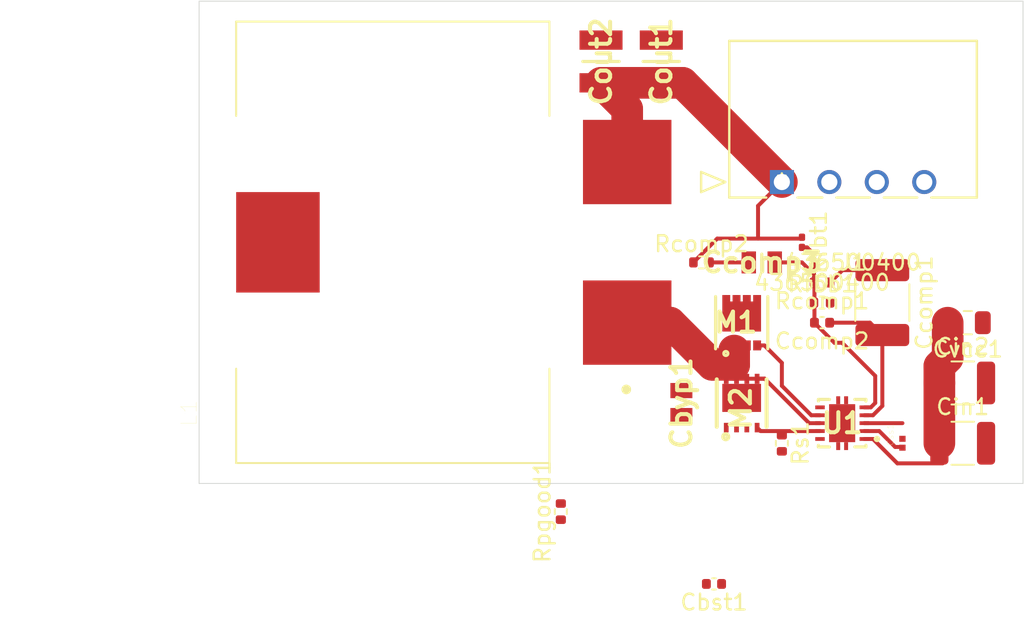
<source format=kicad_pcb>
(kicad_pcb (version 20171130) (host pcbnew "(5.1.10)-1")

  (general
    (thickness 1.6)
    (drawings 6)
    (tracks 66)
    (zones 0)
    (modules 22)
    (nets 15)
  )

  (page A4)
  (layers
    (0 F.Cu signal)
    (31 B.Cu signal)
    (32 B.Adhes user)
    (33 F.Adhes user)
    (34 B.Paste user)
    (35 F.Paste user)
    (36 B.SilkS user)
    (37 F.SilkS user)
    (38 B.Mask user)
    (39 F.Mask user)
    (40 Dwgs.User user)
    (41 Cmts.User user)
    (42 Eco1.User user)
    (43 Eco2.User user)
    (44 Edge.Cuts user)
    (45 Margin user)
    (46 B.CrtYd user)
    (47 F.CrtYd user)
    (48 B.Fab user)
    (49 F.Fab user)
  )

  (setup
    (last_trace_width 2)
    (user_trace_width 2)
    (trace_clearance 0.2)
    (zone_clearance 0.508)
    (zone_45_only no)
    (trace_min 0.2)
    (via_size 0.8)
    (via_drill 0.4)
    (via_min_size 0.4)
    (via_min_drill 0.3)
    (uvia_size 0.3)
    (uvia_drill 0.1)
    (uvias_allowed no)
    (uvia_min_size 0.2)
    (uvia_min_drill 0.1)
    (edge_width 0.05)
    (segment_width 0.2)
    (pcb_text_width 0.3)
    (pcb_text_size 1.5 1.5)
    (mod_edge_width 0.12)
    (mod_text_size 1 1)
    (mod_text_width 0.15)
    (pad_size 1.524 1.524)
    (pad_drill 0.762)
    (pad_to_mask_clearance 0)
    (aux_axis_origin 0 0)
    (visible_elements 7FFAF7DF)
    (pcbplotparams
      (layerselection 0x010fc_ffffffff)
      (usegerberextensions false)
      (usegerberattributes true)
      (usegerberadvancedattributes true)
      (creategerberjobfile true)
      (excludeedgelayer true)
      (linewidth 0.100000)
      (plotframeref false)
      (viasonmask false)
      (mode 1)
      (useauxorigin false)
      (hpglpennumber 1)
      (hpglpenspeed 20)
      (hpglpendiameter 15.000000)
      (psnegative false)
      (psa4output false)
      (plotreference true)
      (plotvalue true)
      (plotinvisibletext false)
      (padsonsilk false)
      (subtractmaskfromsilk false)
      (outputformat 1)
      (mirror false)
      (drillshape 1)
      (scaleselection 1)
      (outputdirectory ""))
  )

  (net 0 "")
  (net 1 "Net-(Cbst1-Pad2)")
  (net 2 "Net-(Cbst1-Pad1)")
  (net 3 Vin2)
  (net 4 "Net-(Cbyp1-Pad1)")
  (net 5 "Net-(Ccomp1-Pad2)")
  (net 6 "Net-(Ccomp1-Pad1)")
  (net 7 FB-1)
  (net 8 "Net-(Ccomp3-Pad1)")
  (net 9 Vin1)
  (net 10 Vout1)
  (net 11 "Net-(Css1-Pad1)")
  (net 12 "Net-(M1-Pad4)")
  (net 13 "Net-(M2-Pad4)")
  (net 14 "Net-(Rpgood1-Pad1)")

  (net_class Default "This is the default net class."
    (clearance 0.2)
    (trace_width 0.25)
    (via_dia 0.8)
    (via_drill 0.4)
    (uvia_dia 0.3)
    (uvia_drill 0.1)
    (add_net FB-1)
    (add_net "Net-(Cbst1-Pad1)")
    (add_net "Net-(Cbst1-Pad2)")
    (add_net "Net-(Cbyp1-Pad1)")
    (add_net "Net-(Ccomp1-Pad1)")
    (add_net "Net-(Ccomp1-Pad2)")
    (add_net "Net-(Ccomp3-Pad1)")
    (add_net "Net-(Css1-Pad1)")
    (add_net "Net-(M1-Pad4)")
    (add_net "Net-(M2-Pad4)")
    (add_net "Net-(Rpgood1-Pad1)")
    (add_net Vin1)
    (add_net Vin2)
    (add_net Vout1)
  )

  (module buck2_footprint_custom_library:436500400 (layer F.Cu) (tedit 0) (tstamp 60B51277)
    (at 87.63 95.25 180)
    (path /60B181C9)
    (fp_text reference J1 (at -4.499999 -5.08) (layer F.SilkS)
      (effects (font (size 1 1) (thickness 0.15)))
    )
    (fp_text value 436500400 (at -4.499999 -5.08) (layer F.SilkS)
      (effects (font (size 1 1) (thickness 0.15)))
    )
    (fp_line (start 3.578987 0) (end 5.102987 -0.635) (layer F.Fab) (width 0.1524))
    (fp_line (start 5.102987 -0.635) (end 5.102987 0.635) (layer F.Fab) (width 0.1524))
    (fp_line (start 5.102987 0.635) (end 3.578987 0) (layer F.Fab) (width 0.1524))
    (fp_line (start 3.578987 0) (end 5.102987 -0.635) (layer F.SilkS) (width 0.1524))
    (fp_line (start 5.102987 -0.635) (end 5.102987 0.635) (layer F.SilkS) (width 0.1524))
    (fp_line (start 5.102987 0.635) (end 3.578987 0) (layer F.SilkS) (width 0.1524))
    (fp_line (start -12.324982 -0.980001) (end -12.324982 8.92) (layer F.SilkS) (width 0.1524))
    (fp_line (start -12.324982 8.92) (end 3.324987 8.92) (layer F.SilkS) (width 0.1524))
    (fp_line (start 3.324987 8.92) (end 3.324987 -0.980001) (layer F.SilkS) (width 0.1524))
    (fp_line (start 3.324987 -0.980001) (end 0.988924 -0.980001) (layer F.SilkS) (width 0.1524))
    (fp_line (start -12.324982 8.92) (end 3.324987 8.92) (layer F.Fab) (width 0.1524))
    (fp_line (start 3.324987 8.92) (end 3.324987 -0.980001) (layer F.Fab) (width 0.1524))
    (fp_line (start 3.324987 -0.980001) (end -12.324982 -0.980001) (layer F.Fab) (width 0.1524))
    (fp_line (start -12.324982 -0.980001) (end -12.324982 8.92) (layer F.Fab) (width 0.1524))
    (fp_line (start -0.988924 -0.980001) (end -2.552109 -0.980001) (layer F.SilkS) (width 0.1524))
    (fp_line (start -3.447889 -0.980001) (end -5.552108 -0.980001) (layer F.SilkS) (width 0.1524))
    (fp_line (start -6.447888 -0.980001) (end -8.552107 -0.980001) (layer F.SilkS) (width 0.1524))
    (fp_line (start -9.447887 -0.980001) (end -12.324982 -0.980001) (layer F.SilkS) (width 0.1524))
    (fp_line (start -13.594981 -2.250001) (end -13.594981 10.19) (layer F.CrtYd) (width 0.1524))
    (fp_line (start -13.594981 10.19) (end 4.594987 10.19) (layer F.CrtYd) (width 0.1524))
    (fp_line (start 4.594987 10.19) (end 4.594987 -2.250001) (layer F.CrtYd) (width 0.1524))
    (fp_line (start 4.594987 -2.250001) (end -13.594981 -2.250001) (layer F.CrtYd) (width 0.1524))
    (fp_text user 436500400 (at -2.54 -6.35) (layer F.SilkS)
      (effects (font (size 1 1) (thickness 0.15)))
    )
    (fp_text user 436500400 (at -4.499999 -10) (layer F.Fab)
      (effects (font (size 1 1) (thickness 0.15)))
    )
    (fp_text user * (at 0 0) (layer F.Fab)
      (effects (font (size 1 1) (thickness 0.15)))
    )
    (fp_text user * (at 0 0) (layer F.SilkS)
      (effects (font (size 1 1) (thickness 0.15)))
    )
    (pad M2 np_thru_hole circle (at -6.849999 4.319999 180) (size 2.999999 2.999999) (drill 2.999999) (layers *.Cu *.Mask))
    (pad M1 np_thru_hole circle (at -2.150008 4.319999 180) (size 2.999999 2.999999) (drill 2.999999) (layers *.Cu *.Mask))
    (pad 4 thru_hole circle (at -8.999997 0 180) (size 1.52 1.52) (drill 1.02) (layers *.Cu *.Mask)
      (net 9 Vin1))
    (pad 3 thru_hole circle (at -5.999998 0 180) (size 1.52 1.52) (drill 1.02) (layers *.Cu *.Mask)
      (net 3 Vin2))
    (pad 2 thru_hole circle (at -2.999999 0 180) (size 1.52 1.52) (drill 1.02) (layers *.Cu *.Mask)
      (net 3 Vin2))
    (pad 1 thru_hole rect (at 0 0 180) (size 1.52 1.52) (drill 1.02) (layers *.Cu *.Mask)
      (net 10 Vout1))
  )

  (module buck2_footprint_custom_library:TPS40303DRCR (layer F.Cu) (tedit 0) (tstamp 60B50F0B)
    (at 91.44 110.49 180)
    (descr TPS40303DRCR-4)
    (tags "Integrated Circuit")
    (path /60AA79C7)
    (attr smd)
    (fp_text reference U1 (at 0 0) (layer F.SilkS)
      (effects (font (size 1.27 1.27) (thickness 0.254)))
    )
    (fp_text value TPS40303DRCR (at 5.08 0) (layer F.SilkS) hide
      (effects (font (size 1.27 1.27) (thickness 0.254)))
    )
    (fp_line (start 1.5 -1.45) (end 1.5 -1.4) (layer F.SilkS) (width 0.2))
    (fp_line (start 1.5 -1.5) (end 1.5 -1.45) (layer F.SilkS) (width 0.2))
    (fp_line (start 0.8 -1.5) (end 1.5 -1.5) (layer F.SilkS) (width 0.2))
    (fp_line (start -1.5 -1.5) (end -1.5 -1.4) (layer F.SilkS) (width 0.2))
    (fp_line (start -0.8 -1.5) (end -1.5 -1.5) (layer F.SilkS) (width 0.2))
    (fp_line (start 1.5 1.5) (end 1.5 1.4) (layer F.SilkS) (width 0.2))
    (fp_line (start 0.8 1.5) (end 1.5 1.5) (layer F.SilkS) (width 0.2))
    (fp_line (start -1.5 1.5) (end -1.5 1.4) (layer F.SilkS) (width 0.2))
    (fp_line (start -0.8 1.5) (end -1.5 1.5) (layer F.SilkS) (width 0.2))
    (fp_line (start -2.3 -1) (end -2.3 -1) (layer F.SilkS) (width 0.2))
    (fp_line (start -2.1 -1) (end -2.1 -1) (layer F.SilkS) (width 0.2))
    (fp_line (start -2.7 2.7) (end -2.7 -2.7) (layer F.CrtYd) (width 0.1))
    (fp_line (start 2.7 2.7) (end -2.7 2.7) (layer F.CrtYd) (width 0.1))
    (fp_line (start 2.7 -2.7) (end 2.7 2.7) (layer F.CrtYd) (width 0.1))
    (fp_line (start -2.7 -2.7) (end 2.7 -2.7) (layer F.CrtYd) (width 0.1))
    (fp_line (start -1.5 1.5) (end -1.5 -1.5) (layer F.Fab) (width 0.1))
    (fp_line (start 1.5 1.5) (end -1.5 1.5) (layer F.Fab) (width 0.1))
    (fp_line (start 1.5 -1.5) (end 1.5 1.5) (layer F.Fab) (width 0.1))
    (fp_line (start -1.5 -1.5) (end 1.5 -1.5) (layer F.Fab) (width 0.1))
    (fp_text user %R (at 0 0) (layer F.Fab)
      (effects (font (size 1.27 1.27) (thickness 0.254)))
    )
    (fp_arc (start -2.2 -1) (end -2.1 -1) (angle -180) (layer F.SilkS) (width 0.2))
    (fp_arc (start -2.2 -1) (end -2.3 -1) (angle -180) (layer F.SilkS) (width 0.2))
    (pad 1 smd rect (at -1.4 -1 270) (size 0.24 0.6) (layers F.Cu F.Paste F.Mask)
      (net 9 Vin1))
    (pad 2 smd rect (at -1.4 -0.5 270) (size 0.24 0.6) (layers F.Cu F.Paste F.Mask)
      (net 11 "Net-(Css1-Pad1)"))
    (pad 3 smd rect (at -1.4 0 270) (size 0.24 0.6) (layers F.Cu F.Paste F.Mask)
      (net 14 "Net-(Rpgood1-Pad1)"))
    (pad 4 smd rect (at -1.4 0.5 270) (size 0.24 0.6) (layers F.Cu F.Paste F.Mask)
      (net 5 "Net-(Ccomp1-Pad2)"))
    (pad 5 smd rect (at -1.4 1 270) (size 0.24 0.6) (layers F.Cu F.Paste F.Mask)
      (net 7 FB-1))
    (pad 6 smd rect (at 1.4 1 270) (size 0.24 0.6) (layers F.Cu F.Paste F.Mask)
      (net 2 "Net-(Cbst1-Pad1)"))
    (pad 7 smd rect (at 1.4 0.5 270) (size 0.24 0.6) (layers F.Cu F.Paste F.Mask)
      (net 12 "Net-(M1-Pad4)"))
    (pad 8 smd rect (at 1.4 0 270) (size 0.24 0.6) (layers F.Cu F.Paste F.Mask)
      (net 1 "Net-(Cbst1-Pad2)"))
    (pad 9 smd rect (at 1.4 -0.5 270) (size 0.24 0.6) (layers F.Cu F.Paste F.Mask)
      (net 13 "Net-(M2-Pad4)"))
    (pad 10 smd rect (at 1.4 -1 270) (size 0.24 0.6) (layers F.Cu F.Paste F.Mask)
      (net 4 "Net-(Cbyp1-Pad1)"))
    (pad 11 smd rect (at 0 0 180) (size 1.65 2.4) (layers F.Cu F.Paste F.Mask)
      (net 3 Vin2))
    (pad 12 smd rect (at -0.25 1.45 180) (size 0.25 0.5) (layers F.Cu F.Paste F.Mask)
      (net 3 Vin2))
    (pad 13 smd rect (at 0.25 1.45 180) (size 0.25 0.5) (layers F.Cu F.Paste F.Mask)
      (net 3 Vin2))
    (pad 14 smd rect (at 0.25 -1.45 180) (size 0.25 0.5) (layers F.Cu F.Paste F.Mask)
      (net 3 Vin2))
    (pad 15 smd rect (at -0.25 -1.45 180) (size 0.25 0.5) (layers F.Cu F.Paste F.Mask)
      (net 3 Vin2))
    (model TPS40303DRCR.stp
      (at (xyz 0 0 0))
      (scale (xyz 1 1 1))
      (rotate (xyz 0 0 0))
    )
  )

  (module Resistor_SMD:R_0402_1005Metric (layer F.Cu) (tedit 5F68FEEE) (tstamp 60B50FFB)
    (at 87.63 111.76 270)
    (descr "Resistor SMD 0402 (1005 Metric), square (rectangular) end terminal, IPC_7351 nominal, (Body size source: IPC-SM-782 page 72, https://www.pcb-3d.com/wordpress/wp-content/uploads/ipc-sm-782a_amendment_1_and_2.pdf), generated with kicad-footprint-generator")
    (tags resistor)
    (path /60AAF2C6)
    (attr smd)
    (fp_text reference Rs1 (at 0 -1.17 90) (layer F.SilkS)
      (effects (font (size 1 1) (thickness 0.15)))
    )
    (fp_text value 1.87kOhm (at 0 1.17 90) (layer F.Fab)
      (effects (font (size 1 1) (thickness 0.15)))
    )
    (fp_line (start -0.525 0.27) (end -0.525 -0.27) (layer F.Fab) (width 0.1))
    (fp_line (start -0.525 -0.27) (end 0.525 -0.27) (layer F.Fab) (width 0.1))
    (fp_line (start 0.525 -0.27) (end 0.525 0.27) (layer F.Fab) (width 0.1))
    (fp_line (start 0.525 0.27) (end -0.525 0.27) (layer F.Fab) (width 0.1))
    (fp_line (start -0.153641 -0.38) (end 0.153641 -0.38) (layer F.SilkS) (width 0.12))
    (fp_line (start -0.153641 0.38) (end 0.153641 0.38) (layer F.SilkS) (width 0.12))
    (fp_line (start -0.93 0.47) (end -0.93 -0.47) (layer F.CrtYd) (width 0.05))
    (fp_line (start -0.93 -0.47) (end 0.93 -0.47) (layer F.CrtYd) (width 0.05))
    (fp_line (start 0.93 -0.47) (end 0.93 0.47) (layer F.CrtYd) (width 0.05))
    (fp_line (start 0.93 0.47) (end -0.93 0.47) (layer F.CrtYd) (width 0.05))
    (fp_text user %R (at 0 0 90) (layer F.Fab)
      (effects (font (size 0.26 0.26) (thickness 0.04)))
    )
    (pad 2 smd roundrect (at 0.51 0 270) (size 0.54 0.64) (layers F.Cu F.Paste F.Mask) (roundrect_rratio 0.25)
      (net 3 Vin2))
    (pad 1 smd roundrect (at -0.51 0 270) (size 0.54 0.64) (layers F.Cu F.Paste F.Mask) (roundrect_rratio 0.25)
      (net 13 "Net-(M2-Pad4)"))
    (model ${KISYS3DMOD}/Resistor_SMD.3dshapes/R_0402_1005Metric.wrl
      (at (xyz 0 0 0))
      (scale (xyz 1 1 1))
      (rotate (xyz 0 0 0))
    )
  )

  (module Resistor_SMD:R_0402_1005Metric (layer F.Cu) (tedit 5F68FEEE) (tstamp 60B50F6B)
    (at 73.66 116.08 90)
    (descr "Resistor SMD 0402 (1005 Metric), square (rectangular) end terminal, IPC_7351 nominal, (Body size source: IPC-SM-782 page 72, https://www.pcb-3d.com/wordpress/wp-content/uploads/ipc-sm-782a_amendment_1_and_2.pdf), generated with kicad-footprint-generator")
    (tags resistor)
    (path /60AAEF86)
    (attr smd)
    (fp_text reference Rpgood1 (at 0 -1.17 90) (layer F.SilkS)
      (effects (font (size 1 1) (thickness 0.15)))
    )
    (fp_text value 100kOhm (at 0 1.17 90) (layer F.Fab)
      (effects (font (size 1 1) (thickness 0.15)))
    )
    (fp_text user %R (at 0 0 90) (layer F.Fab)
      (effects (font (size 0.26 0.26) (thickness 0.04)))
    )
    (fp_line (start 0.93 0.47) (end -0.93 0.47) (layer F.CrtYd) (width 0.05))
    (fp_line (start 0.93 -0.47) (end 0.93 0.47) (layer F.CrtYd) (width 0.05))
    (fp_line (start -0.93 -0.47) (end 0.93 -0.47) (layer F.CrtYd) (width 0.05))
    (fp_line (start -0.93 0.47) (end -0.93 -0.47) (layer F.CrtYd) (width 0.05))
    (fp_line (start -0.153641 0.38) (end 0.153641 0.38) (layer F.SilkS) (width 0.12))
    (fp_line (start -0.153641 -0.38) (end 0.153641 -0.38) (layer F.SilkS) (width 0.12))
    (fp_line (start 0.525 0.27) (end -0.525 0.27) (layer F.Fab) (width 0.1))
    (fp_line (start 0.525 -0.27) (end 0.525 0.27) (layer F.Fab) (width 0.1))
    (fp_line (start -0.525 -0.27) (end 0.525 -0.27) (layer F.Fab) (width 0.1))
    (fp_line (start -0.525 0.27) (end -0.525 -0.27) (layer F.Fab) (width 0.1))
    (pad 1 smd roundrect (at -0.51 0 90) (size 0.54 0.64) (layers F.Cu F.Paste F.Mask) (roundrect_rratio 0.25)
      (net 14 "Net-(Rpgood1-Pad1)"))
    (pad 2 smd roundrect (at 0.51 0 90) (size 0.54 0.64) (layers F.Cu F.Paste F.Mask) (roundrect_rratio 0.25)
      (net 4 "Net-(Cbyp1-Pad1)"))
    (model ${KISYS3DMOD}/Resistor_SMD.3dshapes/R_0402_1005Metric.wrl
      (at (xyz 0 0 0))
      (scale (xyz 1 1 1))
      (rotate (xyz 0 0 0))
    )
  )

  (module Resistor_SMD:R_0201_0603Metric (layer F.Cu) (tedit 5F68FEEE) (tstamp 60B50FCB)
    (at 88.9 99.06 270)
    (descr "Resistor SMD 0201 (0603 Metric), square (rectangular) end terminal, IPC_7351 nominal, (Body size source: https://www.vishay.com/docs/20052/crcw0201e3.pdf), generated with kicad-footprint-generator")
    (tags resistor)
    (path /60AAFF8A)
    (attr smd)
    (fp_text reference Rfbt1 (at 0 -1.05 90) (layer F.SilkS)
      (effects (font (size 1 1) (thickness 0.15)))
    )
    (fp_text value 10kOhm (at 0 1.05 90) (layer F.Fab)
      (effects (font (size 1 1) (thickness 0.15)))
    )
    (fp_line (start -0.3 0.15) (end -0.3 -0.15) (layer F.Fab) (width 0.1))
    (fp_line (start -0.3 -0.15) (end 0.3 -0.15) (layer F.Fab) (width 0.1))
    (fp_line (start 0.3 -0.15) (end 0.3 0.15) (layer F.Fab) (width 0.1))
    (fp_line (start 0.3 0.15) (end -0.3 0.15) (layer F.Fab) (width 0.1))
    (fp_line (start -0.7 0.35) (end -0.7 -0.35) (layer F.CrtYd) (width 0.05))
    (fp_line (start -0.7 -0.35) (end 0.7 -0.35) (layer F.CrtYd) (width 0.05))
    (fp_line (start 0.7 -0.35) (end 0.7 0.35) (layer F.CrtYd) (width 0.05))
    (fp_line (start 0.7 0.35) (end -0.7 0.35) (layer F.CrtYd) (width 0.05))
    (fp_text user %R (at 0 -0.68 90) (layer F.Fab)
      (effects (font (size 0.25 0.25) (thickness 0.04)))
    )
    (pad 2 smd roundrect (at 0.32 0 270) (size 0.46 0.4) (layers F.Cu F.Mask) (roundrect_rratio 0.25)
      (net 7 FB-1))
    (pad 1 smd roundrect (at -0.32 0 270) (size 0.46 0.4) (layers F.Cu F.Mask) (roundrect_rratio 0.25)
      (net 10 Vout1))
    (pad "" smd roundrect (at 0.345 0 270) (size 0.318 0.36) (layers F.Paste) (roundrect_rratio 0.25))
    (pad "" smd roundrect (at -0.345 0 270) (size 0.318 0.36) (layers F.Paste) (roundrect_rratio 0.25))
    (model ${KISYS3DMOD}/Resistor_SMD.3dshapes/R_0201_0603Metric.wrl
      (at (xyz 0 0 0))
      (scale (xyz 1 1 1))
      (rotate (xyz 0 0 0))
    )
  )

  (module Resistor_SMD:R_0402_1005Metric (layer F.Cu) (tedit 5F68FEEE) (tstamp 60B50F9B)
    (at 90.17 102.87)
    (descr "Resistor SMD 0402 (1005 Metric), square (rectangular) end terminal, IPC_7351 nominal, (Body size source: IPC-SM-782 page 72, https://www.pcb-3d.com/wordpress/wp-content/uploads/ipc-sm-782a_amendment_1_and_2.pdf), generated with kicad-footprint-generator")
    (tags resistor)
    (path /60AAF7FE)
    (attr smd)
    (fp_text reference Rfbb1 (at 0 -1.17) (layer F.SilkS)
      (effects (font (size 1 1) (thickness 0.15)))
    )
    (fp_text value 715Ohm (at 0 1.17) (layer F.Fab)
      (effects (font (size 1 1) (thickness 0.15)))
    )
    (fp_line (start -0.525 0.27) (end -0.525 -0.27) (layer F.Fab) (width 0.1))
    (fp_line (start -0.525 -0.27) (end 0.525 -0.27) (layer F.Fab) (width 0.1))
    (fp_line (start 0.525 -0.27) (end 0.525 0.27) (layer F.Fab) (width 0.1))
    (fp_line (start 0.525 0.27) (end -0.525 0.27) (layer F.Fab) (width 0.1))
    (fp_line (start -0.153641 -0.38) (end 0.153641 -0.38) (layer F.SilkS) (width 0.12))
    (fp_line (start -0.153641 0.38) (end 0.153641 0.38) (layer F.SilkS) (width 0.12))
    (fp_line (start -0.93 0.47) (end -0.93 -0.47) (layer F.CrtYd) (width 0.05))
    (fp_line (start -0.93 -0.47) (end 0.93 -0.47) (layer F.CrtYd) (width 0.05))
    (fp_line (start 0.93 -0.47) (end 0.93 0.47) (layer F.CrtYd) (width 0.05))
    (fp_line (start 0.93 0.47) (end -0.93 0.47) (layer F.CrtYd) (width 0.05))
    (fp_text user %R (at 0 0) (layer F.Fab)
      (effects (font (size 0.26 0.26) (thickness 0.04)))
    )
    (pad 2 smd roundrect (at 0.51 0) (size 0.54 0.64) (layers F.Cu F.Paste F.Mask) (roundrect_rratio 0.25)
      (net 3 Vin2))
    (pad 1 smd roundrect (at -0.51 0) (size 0.54 0.64) (layers F.Cu F.Paste F.Mask) (roundrect_rratio 0.25)
      (net 7 FB-1))
    (model ${KISYS3DMOD}/Resistor_SMD.3dshapes/R_0402_1005Metric.wrl
      (at (xyz 0 0 0))
      (scale (xyz 1 1 1))
      (rotate (xyz 0 0 0))
    )
  )

  (module Resistor_SMD:R_0402_1005Metric (layer F.Cu) (tedit 5F68FEEE) (tstamp 60B50EC3)
    (at 82.55 100.33)
    (descr "Resistor SMD 0402 (1005 Metric), square (rectangular) end terminal, IPC_7351 nominal, (Body size source: IPC-SM-782 page 72, https://www.pcb-3d.com/wordpress/wp-content/uploads/ipc-sm-782a_amendment_1_and_2.pdf), generated with kicad-footprint-generator")
    (tags resistor)
    (path /60AB93E4)
    (attr smd)
    (fp_text reference Rcomp2 (at 0 -1.17) (layer F.SilkS)
      (effects (font (size 1 1) (thickness 0.15)))
    )
    (fp_text value 191Ohm (at 0 1.17 270) (layer F.Fab)
      (effects (font (size 1 1) (thickness 0.15)))
    )
    (fp_line (start -0.525 0.27) (end -0.525 -0.27) (layer F.Fab) (width 0.1))
    (fp_line (start -0.525 -0.27) (end 0.525 -0.27) (layer F.Fab) (width 0.1))
    (fp_line (start 0.525 -0.27) (end 0.525 0.27) (layer F.Fab) (width 0.1))
    (fp_line (start 0.525 0.27) (end -0.525 0.27) (layer F.Fab) (width 0.1))
    (fp_line (start -0.153641 -0.38) (end 0.153641 -0.38) (layer F.SilkS) (width 0.12))
    (fp_line (start -0.153641 0.38) (end 0.153641 0.38) (layer F.SilkS) (width 0.12))
    (fp_line (start -0.93 0.47) (end -0.93 -0.47) (layer F.CrtYd) (width 0.05))
    (fp_line (start -0.93 -0.47) (end 0.93 -0.47) (layer F.CrtYd) (width 0.05))
    (fp_line (start 0.93 -0.47) (end 0.93 0.47) (layer F.CrtYd) (width 0.05))
    (fp_line (start 0.93 0.47) (end -0.93 0.47) (layer F.CrtYd) (width 0.05))
    (fp_text user %R (at 0 0) (layer F.Fab)
      (effects (font (size 0.26 0.26) (thickness 0.04)))
    )
    (pad 2 smd roundrect (at 0.51 0) (size 0.54 0.64) (layers F.Cu F.Paste F.Mask) (roundrect_rratio 0.25)
      (net 8 "Net-(Ccomp3-Pad1)"))
    (pad 1 smd roundrect (at -0.51 0) (size 0.54 0.64) (layers F.Cu F.Paste F.Mask) (roundrect_rratio 0.25)
      (net 10 Vout1))
    (model ${KISYS3DMOD}/Resistor_SMD.3dshapes/R_0402_1005Metric.wrl
      (at (xyz 0 0 0))
      (scale (xyz 1 1 1))
      (rotate (xyz 0 0 0))
    )
  )

  (module Resistor_SMD:R_0402_1005Metric (layer F.Cu) (tedit 5F68FEEE) (tstamp 60B510B8)
    (at 90.17 101.6 180)
    (descr "Resistor SMD 0402 (1005 Metric), square (rectangular) end terminal, IPC_7351 nominal, (Body size source: IPC-SM-782 page 72, https://www.pcb-3d.com/wordpress/wp-content/uploads/ipc-sm-782a_amendment_1_and_2.pdf), generated with kicad-footprint-generator")
    (tags resistor)
    (path /60AAE3A2)
    (attr smd)
    (fp_text reference Rcomp1 (at 0 -1.17) (layer F.SilkS)
      (effects (font (size 1 1) (thickness 0.15)))
    )
    (fp_text value 2.43kOhm (at 0 1.17) (layer F.Fab)
      (effects (font (size 1 1) (thickness 0.15)))
    )
    (fp_line (start -0.525 0.27) (end -0.525 -0.27) (layer F.Fab) (width 0.1))
    (fp_line (start -0.525 -0.27) (end 0.525 -0.27) (layer F.Fab) (width 0.1))
    (fp_line (start 0.525 -0.27) (end 0.525 0.27) (layer F.Fab) (width 0.1))
    (fp_line (start 0.525 0.27) (end -0.525 0.27) (layer F.Fab) (width 0.1))
    (fp_line (start -0.153641 -0.38) (end 0.153641 -0.38) (layer F.SilkS) (width 0.12))
    (fp_line (start -0.153641 0.38) (end 0.153641 0.38) (layer F.SilkS) (width 0.12))
    (fp_line (start -0.93 0.47) (end -0.93 -0.47) (layer F.CrtYd) (width 0.05))
    (fp_line (start -0.93 -0.47) (end 0.93 -0.47) (layer F.CrtYd) (width 0.05))
    (fp_line (start 0.93 -0.47) (end 0.93 0.47) (layer F.CrtYd) (width 0.05))
    (fp_line (start 0.93 0.47) (end -0.93 0.47) (layer F.CrtYd) (width 0.05))
    (fp_text user %R (at 0 0) (layer F.Fab)
      (effects (font (size 0.26 0.26) (thickness 0.04)))
    )
    (pad 2 smd roundrect (at 0.51 0 180) (size 0.54 0.64) (layers F.Cu F.Paste F.Mask) (roundrect_rratio 0.25)
      (net 7 FB-1))
    (pad 1 smd roundrect (at -0.51 0 180) (size 0.54 0.64) (layers F.Cu F.Paste F.Mask) (roundrect_rratio 0.25)
      (net 6 "Net-(Ccomp1-Pad1)"))
    (model ${KISYS3DMOD}/Resistor_SMD.3dshapes/R_0402_1005Metric.wrl
      (at (xyz 0 0 0))
      (scale (xyz 1 1 1))
      (rotate (xyz 0 0 0))
    )
  )

  (module buck2_footprint_custom_library:Q3A (layer F.Cu) (tedit 0) (tstamp 60B511D6)
    (at 85.09 109.22 90)
    (descr Q3A)
    (tags "MOSFET (N-Channel)")
    (path /60AE1043)
    (attr smd)
    (fp_text reference M2 (at -0.329 -0.055 90) (layer F.SilkS)
      (effects (font (size 1.27 1.27) (thickness 0.254)))
    )
    (fp_text value 30V,35Amps (at -0.329 -0.055 90) (layer F.SilkS) hide
      (effects (font (size 1.27 1.27) (thickness 0.254)))
    )
    (fp_line (start -1.5 -1.575) (end 1.5 -1.575) (layer F.Fab) (width 0.254))
    (fp_line (start 1.5 -1.575) (end 1.5 1.575) (layer F.Fab) (width 0.254))
    (fp_line (start 1.5 1.575) (end -1.5 1.575) (layer F.Fab) (width 0.254))
    (fp_line (start -1.5 1.575) (end -1.5 -1.575) (layer F.Fab) (width 0.254))
    (fp_line (start -1.5 -1.575) (end 1.5 -1.575) (layer F.SilkS) (width 0.254))
    (fp_line (start 1.5 1.575) (end -1.5 1.575) (layer F.SilkS) (width 0.254))
    (fp_circle (center -2.13 -1.006) (end -2.13 -0.97369) (layer F.SilkS) (width 0.254))
    (fp_text user %R (at -0.329 -0.055 90) (layer F.Fab)
      (effects (font (size 1.27 1.27) (thickness 0.254)))
    )
    (pad 9 smd rect (at 0.3275 0 90) (size 1.775 2.45) (layers F.Cu F.Paste F.Mask))
    (pad 8 smd rect (at 1.5325 -0.975 180) (size 0.3 0.635) (layers F.Cu F.Paste F.Mask)
      (net 1 "Net-(Cbst1-Pad2)"))
    (pad 7 smd rect (at 1.5325 -0.325 180) (size 0.3 0.635) (layers F.Cu F.Paste F.Mask)
      (net 1 "Net-(Cbst1-Pad2)"))
    (pad 6 smd rect (at 1.5325 0.325 180) (size 0.3 0.635) (layers F.Cu F.Paste F.Mask)
      (net 1 "Net-(Cbst1-Pad2)"))
    (pad 5 smd rect (at 1.5325 0.975 180) (size 0.3 0.635) (layers F.Cu F.Paste F.Mask)
      (net 1 "Net-(Cbst1-Pad2)"))
    (pad 4 smd rect (at -1.55 0.975 180) (size 0.3 0.6) (layers F.Cu F.Paste F.Mask)
      (net 13 "Net-(M2-Pad4)"))
    (pad 3 smd rect (at -1.55 0.325 180) (size 0.3 0.6) (layers F.Cu F.Paste F.Mask)
      (net 3 Vin2))
    (pad 2 smd rect (at -1.55 -0.325 180) (size 0.3 0.6) (layers F.Cu F.Paste F.Mask)
      (net 3 Vin2))
    (pad 1 smd rect (at -1.55 -0.975 180) (size 0.3 0.6) (layers F.Cu F.Paste F.Mask)
      (net 3 Vin2))
  )

  (module buck2_footprint_custom_library:DQG_VSON-CLIP (layer F.Cu) (tedit 0) (tstamp 60B51119)
    (at 85.09 104.14)
    (descr DQG_VSON-CLIP)
    (tags "MOSFET (N-Channel)")
    (path /60AE00A4)
    (attr smd)
    (fp_text reference M1 (at -0.36791 -0.00685) (layer F.SilkS)
      (effects (font (size 1.27 1.27) (thickness 0.254)))
    )
    (fp_text value 30V,56Amps (at -0.36791 -0.00685) (layer F.SilkS) hide
      (effects (font (size 1.27 1.27) (thickness 0.254)))
    )
    (fp_line (start -1.65 -1.65) (end 1.65 -1.65) (layer F.Fab) (width 0.2))
    (fp_line (start 1.65 -1.65) (end 1.65 1.65) (layer F.Fab) (width 0.2))
    (fp_line (start 1.65 1.65) (end -1.65 1.65) (layer F.Fab) (width 0.2))
    (fp_line (start -1.65 1.65) (end -1.65 -1.65) (layer F.Fab) (width 0.2))
    (fp_line (start -1.65 -1.65) (end -1.65 1.65) (layer F.SilkS) (width 0.2))
    (fp_line (start 1.65 1.65) (end 1.65 -1.65) (layer F.SilkS) (width 0.2))
    (fp_circle (center -1.001 1.946) (end -1.001 1.973) (layer F.SilkS) (width 0.2))
    (fp_text user %R (at -0.36791 -0.00685) (layer F.Fab)
      (effects (font (size 1.27 1.27) (thickness 0.254)))
    )
    (pad 1 smd rect (at -0.975 1.435) (size 0.5 0.63) (layers F.Cu F.Paste F.Mask)
      (net 1 "Net-(Cbst1-Pad2)"))
    (pad 2 smd rect (at -0.325 1.435) (size 0.5 0.63) (layers F.Cu F.Paste F.Mask)
      (net 1 "Net-(Cbst1-Pad2)"))
    (pad 3 smd rect (at 0.325 1.435) (size 0.5 0.63) (layers F.Cu F.Paste F.Mask)
      (net 1 "Net-(Cbst1-Pad2)"))
    (pad 4 smd rect (at 0.975 1.435) (size 0.5 0.63) (layers F.Cu F.Paste F.Mask)
      (net 12 "Net-(M1-Pad4)"))
    (pad 5 smd rect (at 0.975 -1.545 90) (size 0.41 0.5) (layers F.Cu F.Paste F.Mask)
      (net 9 Vin1))
    (pad 6 smd rect (at 0.325 -1.545 90) (size 0.41 0.5) (layers F.Cu F.Paste F.Mask)
      (net 9 Vin1))
    (pad 7 smd rect (at -0.325 -1.545 90) (size 0.41 0.5) (layers F.Cu F.Paste F.Mask)
      (net 9 Vin1))
    (pad 8 smd rect (at -0.975 -1.545 90) (size 0.41 0.5) (layers F.Cu F.Paste F.Mask)
      (net 9 Vin1))
    (pad 9 smd rect (at 0 -0.39 90) (size 1.9 2.45) (layers F.Cu F.Paste F.Mask))
  )

  (module buck2_footprint_custom_library:IND_SER2915L-223KL (layer F.Cu) (tedit 60B2533D) (tstamp 60B51219)
    (at 63.5 99.06 90)
    (path /60B2800C)
    (fp_text reference L1 (at -10.795 -13.335 90) (layer F.SilkS)
      (effects (font (size 1 1) (thickness 0.015)))
    )
    (fp_text value SER2915L-223KL (at 3.81 18.415 90) (layer F.Fab)
      (effects (font (size 1 1) (thickness 0.015)))
    )
    (fp_line (start -13.95 -10.36) (end 13.95 -10.36) (layer F.Fab) (width 0.127))
    (fp_line (start 13.95 -10.36) (end 13.95 9.44) (layer F.Fab) (width 0.127))
    (fp_line (start 13.95 9.44) (end -13.95 9.44) (layer F.Fab) (width 0.127))
    (fp_line (start -13.95 9.44) (end -13.95 -10.36) (layer F.Fab) (width 0.127))
    (fp_line (start -13.95 -10.36) (end -7.99 -10.36) (layer F.SilkS) (width 0.127))
    (fp_line (start 7.99 -10.36) (end 13.95 -10.36) (layer F.SilkS) (width 0.127))
    (fp_line (start -13.95 9.44) (end -13.95 -10.36) (layer F.SilkS) (width 0.127))
    (fp_line (start 13.95 -10.36) (end 13.95 9.44) (layer F.SilkS) (width 0.127))
    (fp_line (start 13.95 9.44) (end 7.99 9.44) (layer F.SilkS) (width 0.127))
    (fp_line (start -7.99 9.44) (end -13.95 9.44) (layer F.SilkS) (width 0.127))
    (fp_line (start -14.2 -11.85) (end 14.2 -11.85) (layer F.CrtYd) (width 0.05))
    (fp_line (start 14.2 -11.85) (end 14.2 9.69) (layer F.CrtYd) (width 0.05))
    (fp_line (start 14.2 9.69) (end 7.99 9.69) (layer F.CrtYd) (width 0.05))
    (fp_line (start 7.99 9.69) (end 7.99 17.4) (layer F.CrtYd) (width 0.05))
    (fp_line (start 7.99 17.4) (end -7.99 17.4) (layer F.CrtYd) (width 0.05))
    (fp_line (start -7.99 17.4) (end -7.99 9.69) (layer F.CrtYd) (width 0.05))
    (fp_line (start -7.99 9.69) (end -14.2 9.69) (layer F.CrtYd) (width 0.05))
    (fp_line (start -14.2 9.69) (end -14.2 -11.85) (layer F.CrtYd) (width 0.05))
    (fp_circle (center -9.3 14.3) (end -9.15 14.3) (layer F.SilkS) (width 0.3))
    (fp_circle (center -9.3 14.3) (end -9.15 14.3) (layer F.SilkS) (width 0.3))
    (fp_circle (center -9.3 14.3) (end -9.15 14.3) (layer F.Fab) (width 0.3))
    (pad 1 smd rect (at -5.075 14.355 90) (size 5.33 5.59) (layers F.Cu F.Paste F.Mask)
      (net 1 "Net-(Cbst1-Pad2)"))
    (pad 2 smd rect (at 5.075 14.355 90) (size 5.33 5.59) (layers F.Cu F.Paste F.Mask)
      (net 10 Vout1))
    (pad 3 smd rect (at 0 -7.72 90) (size 6.35 5.28) (layers F.Cu F.Paste F.Mask))
  )

  (module Capacitor_SMD:C_0805_2012Metric (layer F.Cu) (tedit 5F68FEEE) (tstamp 60B80DC7)
    (at 99.38 104.14 180)
    (descr "Capacitor SMD 0805 (2012 Metric), square (rectangular) end terminal, IPC_7351 nominal, (Body size source: IPC-SM-782 page 76, https://www.pcb-3d.com/wordpress/wp-content/uploads/ipc-sm-782a_amendment_1_and_2.pdf, https://docs.google.com/spreadsheets/d/1BsfQQcO9C6DZCsRaXUlFlo91Tg2WpOkGARC1WS5S8t0/edit?usp=sharing), generated with kicad-footprint-generator")
    (tags capacitor)
    (path /60AACC27)
    (attr smd)
    (fp_text reference Cvcc1 (at 0 -1.68) (layer F.SilkS)
      (effects (font (size 1 1) (thickness 0.15)))
    )
    (fp_text value 1uF,1mOhm (at -2.54 -1.27) (layer F.Fab)
      (effects (font (size 1 1) (thickness 0.15)))
    )
    (fp_line (start -1 0.625) (end -1 -0.625) (layer F.Fab) (width 0.1))
    (fp_line (start -1 -0.625) (end 1 -0.625) (layer F.Fab) (width 0.1))
    (fp_line (start 1 -0.625) (end 1 0.625) (layer F.Fab) (width 0.1))
    (fp_line (start 1 0.625) (end -1 0.625) (layer F.Fab) (width 0.1))
    (fp_line (start -0.261252 -0.735) (end 0.261252 -0.735) (layer F.SilkS) (width 0.12))
    (fp_line (start -0.261252 0.735) (end 0.261252 0.735) (layer F.SilkS) (width 0.12))
    (fp_line (start -1.7 0.98) (end -1.7 -0.98) (layer F.CrtYd) (width 0.05))
    (fp_line (start -1.7 -0.98) (end 1.7 -0.98) (layer F.CrtYd) (width 0.05))
    (fp_line (start 1.7 -0.98) (end 1.7 0.98) (layer F.CrtYd) (width 0.05))
    (fp_line (start 1.7 0.98) (end -1.7 0.98) (layer F.CrtYd) (width 0.05))
    (fp_text user %R (at 0 0) (layer F.Fab)
      (effects (font (size 0.5 0.5) (thickness 0.08)))
    )
    (pad 2 smd roundrect (at 0.95 0 180) (size 1 1.45) (layers F.Cu F.Paste F.Mask) (roundrect_rratio 0.25)
      (net 9 Vin1))
    (pad 1 smd roundrect (at -0.95 0 180) (size 1 1.45) (layers F.Cu F.Paste F.Mask) (roundrect_rratio 0.25)
      (net 3 Vin2))
    (model ${KISYS3DMOD}/Capacitor_SMD.3dshapes/C_0805_2012Metric.wrl
      (at (xyz 0 0 0))
      (scale (xyz 1 1 1))
      (rotate (xyz 0 0 0))
    )
  )

  (module buck2_footprint_custom_library:CAPC0603X33N (layer F.Cu) (tedit 60B266C4) (tstamp 60B5117E)
    (at 95.25 111.76 90)
    (path /60B291E6)
    (fp_text reference Css1 (at 0.53 -0.76 90) (layer F.SilkS)
      (effects (font (size 0.393701 0.393701) (thickness 0.015)))
    )
    (fp_text value 3.3nF,1mOhm (at 2.28 0.76 90) (layer F.Fab)
      (effects (font (size 0.393701 0.393701) (thickness 0.015)))
    )
    (fp_line (start 0.32 0.16) (end -0.32 0.16) (layer F.Fab) (width 0.127))
    (fp_line (start 0.32 -0.16) (end -0.32 -0.16) (layer F.Fab) (width 0.127))
    (fp_line (start 0.32 0.16) (end 0.32 -0.16) (layer F.Fab) (width 0.127))
    (fp_line (start -0.32 0.16) (end -0.32 -0.16) (layer F.Fab) (width 0.127))
    (fp_line (start -0.718 0.448) (end 0.718 0.448) (layer F.CrtYd) (width 0.05))
    (fp_line (start -0.718 -0.448) (end 0.718 -0.448) (layer F.CrtYd) (width 0.05))
    (fp_line (start -0.718 0.448) (end -0.718 -0.448) (layer F.CrtYd) (width 0.05))
    (fp_line (start 0.718 0.448) (end 0.718 -0.448) (layer F.CrtYd) (width 0.05))
    (pad 1 smd rect (at -0.281 0 90) (size 0.38 0.4) (layers F.Cu F.Paste F.Mask)
      (net 11 "Net-(Css1-Pad1)"))
    (pad 2 smd rect (at 0.281 0 90) (size 0.38 0.4) (layers F.Cu F.Paste F.Mask)
      (net 3 Vin2))
  )

  (module buck2_footprint_custom_library:CAPC3225X270N (layer F.Cu) (tedit 0) (tstamp 60B510E7)
    (at 76.2 87.63 270)
    (descr 1210)
    (tags Capacitor)
    (path /60AB6E9A)
    (attr smd)
    (fp_text reference Cout2 (at 0 0 90) (layer F.SilkS)
      (effects (font (size 1.27 1.27) (thickness 0.254)))
    )
    (fp_text value 22uF,1mOhm (at 0 0 90) (layer F.SilkS) hide
      (effects (font (size 1.27 1.27) (thickness 0.254)))
    )
    (fp_line (start -2.11 -1.51) (end 2.11 -1.51) (layer F.CrtYd) (width 0.05))
    (fp_line (start 2.11 -1.51) (end 2.11 1.51) (layer F.CrtYd) (width 0.05))
    (fp_line (start 2.11 1.51) (end -2.11 1.51) (layer F.CrtYd) (width 0.05))
    (fp_line (start -2.11 1.51) (end -2.11 -1.51) (layer F.CrtYd) (width 0.05))
    (fp_line (start -1.6 -1.25) (end 1.6 -1.25) (layer F.Fab) (width 0.1))
    (fp_line (start 1.6 -1.25) (end 1.6 1.25) (layer F.Fab) (width 0.1))
    (fp_line (start 1.6 1.25) (end -1.6 1.25) (layer F.Fab) (width 0.1))
    (fp_line (start -1.6 1.25) (end -1.6 -1.25) (layer F.Fab) (width 0.1))
    (fp_line (start 0 -1.15) (end 0 1.15) (layer F.SilkS) (width 0.2))
    (fp_text user %R (at 0 0 90) (layer F.Fab)
      (effects (font (size 1.27 1.27) (thickness 0.254)))
    )
    (pad 2 smd rect (at 1.35 0 270) (size 1.22 2.72) (layers F.Cu F.Paste F.Mask)
      (net 10 Vout1))
    (pad 1 smd rect (at -1.35 0 270) (size 1.22 2.72) (layers F.Cu F.Paste F.Mask)
      (net 3 Vin2))
    (model TMK325B7226KMHP.stp
      (at (xyz 0 0 0))
      (scale (xyz 1 1 1))
      (rotate (xyz 0 0 0))
    )
  )

  (module buck2_footprint_custom_library:CAPC3225X270N (layer F.Cu) (tedit 0) (tstamp 60B51306)
    (at 80.01 87.63 270)
    (descr 1210)
    (tags Capacitor)
    (path /60AB6532)
    (attr smd)
    (fp_text reference Cout1 (at 0 0 90) (layer F.SilkS)
      (effects (font (size 1.27 1.27) (thickness 0.254)))
    )
    (fp_text value 22uF,1mOhm (at 0 0 90) (layer F.SilkS) hide
      (effects (font (size 1.27 1.27) (thickness 0.254)))
    )
    (fp_line (start -2.11 -1.51) (end 2.11 -1.51) (layer F.CrtYd) (width 0.05))
    (fp_line (start 2.11 -1.51) (end 2.11 1.51) (layer F.CrtYd) (width 0.05))
    (fp_line (start 2.11 1.51) (end -2.11 1.51) (layer F.CrtYd) (width 0.05))
    (fp_line (start -2.11 1.51) (end -2.11 -1.51) (layer F.CrtYd) (width 0.05))
    (fp_line (start -1.6 -1.25) (end 1.6 -1.25) (layer F.Fab) (width 0.1))
    (fp_line (start 1.6 -1.25) (end 1.6 1.25) (layer F.Fab) (width 0.1))
    (fp_line (start 1.6 1.25) (end -1.6 1.25) (layer F.Fab) (width 0.1))
    (fp_line (start -1.6 1.25) (end -1.6 -1.25) (layer F.Fab) (width 0.1))
    (fp_line (start 0 -1.15) (end 0 1.15) (layer F.SilkS) (width 0.2))
    (fp_text user %R (at 0 0 90) (layer F.Fab)
      (effects (font (size 1.27 1.27) (thickness 0.254)))
    )
    (pad 2 smd rect (at 1.35 0 270) (size 1.22 2.72) (layers F.Cu F.Paste F.Mask)
      (net 10 Vout1))
    (pad 1 smd rect (at -1.35 0 270) (size 1.22 2.72) (layers F.Cu F.Paste F.Mask)
      (net 3 Vin2))
    (model TMK325B7226KMHP.stp
      (at (xyz 0 0 0))
      (scale (xyz 1 1 1))
      (rotate (xyz 0 0 0))
    )
  )

  (module Capacitor_SMD:C_1210_3225Metric (layer F.Cu) (tedit 5F68FEEE) (tstamp 60B80D97)
    (at 99.06 107.95)
    (descr "Capacitor SMD 1210 (3225 Metric), square (rectangular) end terminal, IPC_7351 nominal, (Body size source: IPC-SM-782 page 76, https://www.pcb-3d.com/wordpress/wp-content/uploads/ipc-sm-782a_amendment_1_and_2.pdf), generated with kicad-footprint-generator")
    (tags capacitor)
    (path /60B26477)
    (attr smd)
    (fp_text reference Cin2 (at 0 -2.3) (layer F.SilkS)
      (effects (font (size 1 1) (thickness 0.15)))
    )
    (fp_text value 10uF,1mOhm (at 2.54 2.3) (layer F.Fab)
      (effects (font (size 1 1) (thickness 0.15)))
    )
    (fp_line (start -1.6 1.25) (end -1.6 -1.25) (layer F.Fab) (width 0.1))
    (fp_line (start -1.6 -1.25) (end 1.6 -1.25) (layer F.Fab) (width 0.1))
    (fp_line (start 1.6 -1.25) (end 1.6 1.25) (layer F.Fab) (width 0.1))
    (fp_line (start 1.6 1.25) (end -1.6 1.25) (layer F.Fab) (width 0.1))
    (fp_line (start -0.711252 -1.36) (end 0.711252 -1.36) (layer F.SilkS) (width 0.12))
    (fp_line (start -0.711252 1.36) (end 0.711252 1.36) (layer F.SilkS) (width 0.12))
    (fp_line (start -2.3 1.6) (end -2.3 -1.6) (layer F.CrtYd) (width 0.05))
    (fp_line (start -2.3 -1.6) (end 2.3 -1.6) (layer F.CrtYd) (width 0.05))
    (fp_line (start 2.3 -1.6) (end 2.3 1.6) (layer F.CrtYd) (width 0.05))
    (fp_line (start 2.3 1.6) (end -2.3 1.6) (layer F.CrtYd) (width 0.05))
    (fp_text user %R (at 0 0) (layer F.Fab)
      (effects (font (size 0.8 0.8) (thickness 0.12)))
    )
    (pad 2 smd roundrect (at 1.475 0) (size 1.15 2.7) (layers F.Cu F.Paste F.Mask) (roundrect_rratio 0.217391)
      (net 3 Vin2))
    (pad 1 smd roundrect (at -1.475 0) (size 1.15 2.7) (layers F.Cu F.Paste F.Mask) (roundrect_rratio 0.217391)
      (net 9 Vin1))
    (model ${KISYS3DMOD}/Capacitor_SMD.3dshapes/C_1210_3225Metric.wrl
      (at (xyz 0 0 0))
      (scale (xyz 1 1 1))
      (rotate (xyz 0 0 0))
    )
  )

  (module Capacitor_SMD:C_1210_3225Metric (layer F.Cu) (tedit 5F68FEEE) (tstamp 60B80D67)
    (at 99.06 111.76)
    (descr "Capacitor SMD 1210 (3225 Metric), square (rectangular) end terminal, IPC_7351 nominal, (Body size source: IPC-SM-782 page 76, https://www.pcb-3d.com/wordpress/wp-content/uploads/ipc-sm-782a_amendment_1_and_2.pdf), generated with kicad-footprint-generator")
    (tags capacitor)
    (path /60B28572)
    (attr smd)
    (fp_text reference Cin1 (at 0 -2.3) (layer F.SilkS)
      (effects (font (size 1 1) (thickness 0.15)))
    )
    (fp_text value 10uF,1mOhm (at 2.54 2.3) (layer F.Fab)
      (effects (font (size 1 1) (thickness 0.15)))
    )
    (fp_line (start 2.3 1.6) (end -2.3 1.6) (layer F.CrtYd) (width 0.05))
    (fp_line (start 2.3 -1.6) (end 2.3 1.6) (layer F.CrtYd) (width 0.05))
    (fp_line (start -2.3 -1.6) (end 2.3 -1.6) (layer F.CrtYd) (width 0.05))
    (fp_line (start -2.3 1.6) (end -2.3 -1.6) (layer F.CrtYd) (width 0.05))
    (fp_line (start -0.711252 1.36) (end 0.711252 1.36) (layer F.SilkS) (width 0.12))
    (fp_line (start -0.711252 -1.36) (end 0.711252 -1.36) (layer F.SilkS) (width 0.12))
    (fp_line (start 1.6 1.25) (end -1.6 1.25) (layer F.Fab) (width 0.1))
    (fp_line (start 1.6 -1.25) (end 1.6 1.25) (layer F.Fab) (width 0.1))
    (fp_line (start -1.6 -1.25) (end 1.6 -1.25) (layer F.Fab) (width 0.1))
    (fp_line (start -1.6 1.25) (end -1.6 -1.25) (layer F.Fab) (width 0.1))
    (fp_text user %R (at 0 0) (layer F.Fab)
      (effects (font (size 0.8 0.8) (thickness 0.12)))
    )
    (pad 1 smd roundrect (at -1.475 0) (size 1.15 2.7) (layers F.Cu F.Paste F.Mask) (roundrect_rratio 0.217391)
      (net 9 Vin1))
    (pad 2 smd roundrect (at 1.475 0) (size 1.15 2.7) (layers F.Cu F.Paste F.Mask) (roundrect_rratio 0.217391)
      (net 3 Vin2))
    (model ${KISYS3DMOD}/Capacitor_SMD.3dshapes/C_1210_3225Metric.wrl
      (at (xyz 0 0 0))
      (scale (xyz 1 1 1))
      (rotate (xyz 0 0 0))
    )
  )

  (module buck2_footprint_custom_library:CAPC2012X75N (layer F.Cu) (tedit 0) (tstamp 60B5105A)
    (at 86.36 100.33)
    (descr CL21C331JBANNNC)
    (tags Capacitor)
    (path /60AB7C8D)
    (attr smd)
    (fp_text reference Ccomp3 (at 0 0) (layer F.SilkS)
      (effects (font (size 1.27 1.27) (thickness 0.254)))
    )
    (fp_text value 4.7nF,0Ohm (at 0 0) (layer F.SilkS) hide
      (effects (font (size 1.27 1.27) (thickness 0.254)))
    )
    (fp_line (start -1.425 -0.85) (end 1.425 -0.85) (layer F.CrtYd) (width 0.05))
    (fp_line (start 1.425 -0.85) (end 1.425 0.85) (layer F.CrtYd) (width 0.05))
    (fp_line (start 1.425 0.85) (end -1.425 0.85) (layer F.CrtYd) (width 0.05))
    (fp_line (start -1.425 0.85) (end -1.425 -0.85) (layer F.CrtYd) (width 0.05))
    (fp_line (start -1 -0.625) (end 1 -0.625) (layer F.Fab) (width 0.1))
    (fp_line (start 1 -0.625) (end 1 0.625) (layer F.Fab) (width 0.1))
    (fp_line (start 1 0.625) (end -1 0.625) (layer F.Fab) (width 0.1))
    (fp_line (start -1 0.625) (end -1 -0.625) (layer F.Fab) (width 0.1))
    (fp_line (start 0 -0.525) (end 0 0.525) (layer F.SilkS) (width 0.2))
    (fp_text user %R (at 0 0) (layer F.Fab)
      (effects (font (size 1.27 1.27) (thickness 0.254)))
    )
    (pad 2 smd rect (at 0.82 0) (size 0.91 1.39) (layers F.Cu F.Paste F.Mask)
      (net 7 FB-1))
    (pad 1 smd rect (at -0.82 0) (size 0.91 1.39) (layers F.Cu F.Paste F.Mask)
      (net 8 "Net-(Ccomp3-Pad1)"))
    (model CL21C331JBANNNC.stp
      (at (xyz 0 0 0))
      (scale (xyz 1 1 1))
      (rotate (xyz 0 0 0))
    )
  )

  (module Capacitor_SMD:C_0402_1005Metric (layer F.Cu) (tedit 5F68FEEE) (tstamp 60B512D7)
    (at 90.17 104.14 180)
    (descr "Capacitor SMD 0402 (1005 Metric), square (rectangular) end terminal, IPC_7351 nominal, (Body size source: IPC-SM-782 page 76, https://www.pcb-3d.com/wordpress/wp-content/uploads/ipc-sm-782a_amendment_1_and_2.pdf), generated with kicad-footprint-generator")
    (tags capacitor)
    (path /60B29A6A)
    (attr smd)
    (fp_text reference Ccomp2 (at 0 -1.16) (layer F.SilkS)
      (effects (font (size 1 1) (thickness 0.15)))
    )
    (fp_text value 330pF,1mOhm (at 0 1.16) (layer F.Fab)
      (effects (font (size 1 1) (thickness 0.15)))
    )
    (fp_line (start -0.5 0.25) (end -0.5 -0.25) (layer F.Fab) (width 0.1))
    (fp_line (start -0.5 -0.25) (end 0.5 -0.25) (layer F.Fab) (width 0.1))
    (fp_line (start 0.5 -0.25) (end 0.5 0.25) (layer F.Fab) (width 0.1))
    (fp_line (start 0.5 0.25) (end -0.5 0.25) (layer F.Fab) (width 0.1))
    (fp_line (start -0.107836 -0.36) (end 0.107836 -0.36) (layer F.SilkS) (width 0.12))
    (fp_line (start -0.107836 0.36) (end 0.107836 0.36) (layer F.SilkS) (width 0.12))
    (fp_line (start -0.91 0.46) (end -0.91 -0.46) (layer F.CrtYd) (width 0.05))
    (fp_line (start -0.91 -0.46) (end 0.91 -0.46) (layer F.CrtYd) (width 0.05))
    (fp_line (start 0.91 -0.46) (end 0.91 0.46) (layer F.CrtYd) (width 0.05))
    (fp_line (start 0.91 0.46) (end -0.91 0.46) (layer F.CrtYd) (width 0.05))
    (fp_text user %R (at 0 0) (layer F.Fab)
      (effects (font (size 0.25 0.25) (thickness 0.04)))
    )
    (pad 2 smd roundrect (at 0.48 0 180) (size 0.56 0.62) (layers F.Cu F.Paste F.Mask) (roundrect_rratio 0.25)
      (net 7 FB-1))
    (pad 1 smd roundrect (at -0.48 0 180) (size 0.56 0.62) (layers F.Cu F.Paste F.Mask) (roundrect_rratio 0.25)
      (net 5 "Net-(Ccomp1-Pad2)"))
    (model ${KISYS3DMOD}/Capacitor_SMD.3dshapes/C_0402_1005Metric.wrl
      (at (xyz 0 0 0))
      (scale (xyz 1 1 1))
      (rotate (xyz 0 0 0))
    )
  )

  (module Capacitor_SMD:C_1812_4532Metric (layer F.Cu) (tedit 5F68FEEE) (tstamp 60B51088)
    (at 93.98 102.87 270)
    (descr "Capacitor SMD 1812 (4532 Metric), square (rectangular) end terminal, IPC_7351 nominal, (Body size source: IPC-SM-782 page 76, https://www.pcb-3d.com/wordpress/wp-content/uploads/ipc-sm-782a_amendment_1_and_2.pdf), generated with kicad-footprint-generator")
    (tags capacitor)
    (path /60AAD38A)
    (attr smd)
    (fp_text reference Ccomp1 (at 0 -2.65 90) (layer F.SilkS)
      (effects (font (size 1 1) (thickness 0.15)))
    )
    (fp_text value 18nF,0Ohm (at 0 2.65 90) (layer F.Fab)
      (effects (font (size 1 1) (thickness 0.15)))
    )
    (fp_line (start -2.25 1.6) (end -2.25 -1.6) (layer F.Fab) (width 0.1))
    (fp_line (start -2.25 -1.6) (end 2.25 -1.6) (layer F.Fab) (width 0.1))
    (fp_line (start 2.25 -1.6) (end 2.25 1.6) (layer F.Fab) (width 0.1))
    (fp_line (start 2.25 1.6) (end -2.25 1.6) (layer F.Fab) (width 0.1))
    (fp_line (start -1.161252 -1.71) (end 1.161252 -1.71) (layer F.SilkS) (width 0.12))
    (fp_line (start -1.161252 1.71) (end 1.161252 1.71) (layer F.SilkS) (width 0.12))
    (fp_line (start -3 1.95) (end -3 -1.95) (layer F.CrtYd) (width 0.05))
    (fp_line (start -3 -1.95) (end 3 -1.95) (layer F.CrtYd) (width 0.05))
    (fp_line (start 3 -1.95) (end 3 1.95) (layer F.CrtYd) (width 0.05))
    (fp_line (start 3 1.95) (end -3 1.95) (layer F.CrtYd) (width 0.05))
    (fp_text user %R (at 0 0 90) (layer F.Fab)
      (effects (font (size 1 1) (thickness 0.15)))
    )
    (pad 2 smd roundrect (at 2.05 0 270) (size 1.4 3.4) (layers F.Cu F.Paste F.Mask) (roundrect_rratio 0.178571)
      (net 5 "Net-(Ccomp1-Pad2)"))
    (pad 1 smd roundrect (at -2.05 0 270) (size 1.4 3.4) (layers F.Cu F.Paste F.Mask) (roundrect_rratio 0.178571)
      (net 6 "Net-(Ccomp1-Pad1)"))
    (model ${KISYS3DMOD}/Capacitor_SMD.3dshapes/C_1812_4532Metric.wrl
      (at (xyz 0 0 0))
      (scale (xyz 1 1 1))
      (rotate (xyz 0 0 0))
    )
  )

  (module buck2_footprint_custom_library:CAPC2012X135N (layer F.Cu) (tedit 0) (tstamp 60B511A6)
    (at 81.28 109.22 90)
    (descr EMK212BJ225KG-T)
    (tags Capacitor)
    (path /60AB5D27)
    (attr smd)
    (fp_text reference Cbyp1 (at 0 0 90) (layer F.SilkS)
      (effects (font (size 1.27 1.27) (thickness 0.254)))
    )
    (fp_text value 2.2uF,1mOhm (at -1.27 0 90) (layer F.SilkS) hide
      (effects (font (size 1.27 1.27) (thickness 0.254)))
    )
    (fp_text user %R (at 0 0 90) (layer F.Fab)
      (effects (font (size 1.27 1.27) (thickness 0.254)))
    )
    (fp_line (start -1 0.625) (end -1 -0.625) (layer F.Fab) (width 0.1))
    (fp_line (start 1 0.625) (end -1 0.625) (layer F.Fab) (width 0.1))
    (fp_line (start 1 -0.625) (end 1 0.625) (layer F.Fab) (width 0.1))
    (fp_line (start -1 -0.625) (end 1 -0.625) (layer F.Fab) (width 0.1))
    (fp_line (start -1.42 0.85) (end -1.42 -0.85) (layer F.CrtYd) (width 0.05))
    (fp_line (start 1.42 0.85) (end -1.42 0.85) (layer F.CrtYd) (width 0.05))
    (fp_line (start 1.42 -0.85) (end 1.42 0.85) (layer F.CrtYd) (width 0.05))
    (fp_line (start -1.42 -0.85) (end 1.42 -0.85) (layer F.CrtYd) (width 0.05))
    (pad 1 smd rect (at -0.79 0 90) (size 0.96 1.39) (layers F.Cu F.Paste F.Mask)
      (net 4 "Net-(Cbyp1-Pad1)"))
    (pad 2 smd rect (at 0.79 0 90) (size 0.96 1.39) (layers F.Cu F.Paste F.Mask)
      (net 3 Vin2))
    (model EMK212BJ225KG-T.stp
      (at (xyz 0 0 0))
      (scale (xyz 1 1 1))
      (rotate (xyz 0 0 0))
    )
  )

  (module Capacitor_SMD:C_0402_1005Metric (layer F.Cu) (tedit 5F68FEEE) (tstamp 60B51364)
    (at 83.34 120.65 180)
    (descr "Capacitor SMD 0402 (1005 Metric), square (rectangular) end terminal, IPC_7351 nominal, (Body size source: IPC-SM-782 page 76, https://www.pcb-3d.com/wordpress/wp-content/uploads/ipc-sm-782a_amendment_1_and_2.pdf), generated with kicad-footprint-generator")
    (tags capacitor)
    (path /60AAD6A3)
    (attr smd)
    (fp_text reference Cbst1 (at 0 -1.16) (layer F.SilkS)
      (effects (font (size 1 1) (thickness 0.15)))
    )
    (fp_text value 100nF,1mOhm (at 0 1.16) (layer F.Fab)
      (effects (font (size 1 1) (thickness 0.15)))
    )
    (fp_text user %R (at 0 0) (layer F.Fab)
      (effects (font (size 0.25 0.25) (thickness 0.04)))
    )
    (fp_line (start 0.91 0.46) (end -0.91 0.46) (layer F.CrtYd) (width 0.05))
    (fp_line (start 0.91 -0.46) (end 0.91 0.46) (layer F.CrtYd) (width 0.05))
    (fp_line (start -0.91 -0.46) (end 0.91 -0.46) (layer F.CrtYd) (width 0.05))
    (fp_line (start -0.91 0.46) (end -0.91 -0.46) (layer F.CrtYd) (width 0.05))
    (fp_line (start -0.107836 0.36) (end 0.107836 0.36) (layer F.SilkS) (width 0.12))
    (fp_line (start -0.107836 -0.36) (end 0.107836 -0.36) (layer F.SilkS) (width 0.12))
    (fp_line (start 0.5 0.25) (end -0.5 0.25) (layer F.Fab) (width 0.1))
    (fp_line (start 0.5 -0.25) (end 0.5 0.25) (layer F.Fab) (width 0.1))
    (fp_line (start -0.5 -0.25) (end 0.5 -0.25) (layer F.Fab) (width 0.1))
    (fp_line (start -0.5 0.25) (end -0.5 -0.25) (layer F.Fab) (width 0.1))
    (pad 1 smd roundrect (at -0.48 0 180) (size 0.56 0.62) (layers F.Cu F.Paste F.Mask) (roundrect_rratio 0.25)
      (net 2 "Net-(Cbst1-Pad1)"))
    (pad 2 smd roundrect (at 0.48 0 180) (size 0.56 0.62) (layers F.Cu F.Paste F.Mask) (roundrect_rratio 0.25)
      (net 1 "Net-(Cbst1-Pad2)"))
    (model ${KISYS3DMOD}/Capacitor_SMD.3dshapes/C_0402_1005Metric.wrl
      (at (xyz 0 0 0))
      (scale (xyz 1 1 1))
      (rotate (xyz 0 0 0))
    )
  )

  (gr_line (start 102.87 83.82) (end 50.8 83.82) (layer Edge.Cuts) (width 0.05) (tstamp 60B7CC7E))
  (gr_line (start 102.87 114.3) (end 102.87 83.82) (layer Edge.Cuts) (width 0.05))
  (gr_line (start 50.8 114.3) (end 102.87 114.3) (layer Edge.Cuts) (width 0.05))
  (dimension 52.07 (width 0.15) (layer Dwgs.User)
    (gr_text "52.070 mm" (at 76.835 124.49) (layer Dwgs.User) (tstamp 60B860E5)
      (effects (font (size 1 1) (thickness 0.15)))
    )
    (feature1 (pts (xy 102.87 116.84) (xy 102.87 123.776421)))
    (feature2 (pts (xy 50.8 116.84) (xy 50.8 123.776421)))
    (crossbar (pts (xy 50.8 123.19) (xy 102.87 123.19)))
    (arrow1a (pts (xy 102.87 123.19) (xy 101.743496 123.776421)))
    (arrow1b (pts (xy 102.87 123.19) (xy 101.743496 122.603579)))
    (arrow2a (pts (xy 50.8 123.19) (xy 51.926504 123.776421)))
    (arrow2b (pts (xy 50.8 123.19) (xy 51.926504 122.603579)))
  )
  (gr_line (start 50.8 83.82) (end 50.8 114.3) (layer Edge.Cuts) (width 0.05) (tstamp 60B7BBE2))
  (dimension 30.48 (width 0.15) (layer Dwgs.User)
    (gr_text "30.480 mm" (at 41.88 99.06 90) (layer Dwgs.User)
      (effects (font (size 1 1) (thickness 0.15)))
    )
    (feature1 (pts (xy 48.26 83.82) (xy 42.593579 83.82)))
    (feature2 (pts (xy 48.26 114.3) (xy 42.593579 114.3)))
    (crossbar (pts (xy 43.18 114.3) (xy 43.18 83.82)))
    (arrow1a (pts (xy 43.18 83.82) (xy 43.766421 84.946504)))
    (arrow1b (pts (xy 43.18 83.82) (xy 42.593579 84.946504)))
    (arrow2a (pts (xy 43.18 114.3) (xy 43.766421 113.173496)))
    (arrow2b (pts (xy 43.18 114.3) (xy 42.593579 113.173496)))
  )

  (segment (start 77.855 104.135) (end 80.5625 104.135) (width 2) (layer F.Cu) (net 1))
  (segment (start 80.5625 104.135) (end 83.232499 106.804999) (width 2) (layer F.Cu) (net 1))
  (segment (start 89.35359 110.49) (end 86.543589 107.679999) (width 0.25) (layer F.Cu) (net 1))
  (segment (start 86.543589 107.679999) (end 86.065 107.679999) (width 0.25) (layer F.Cu) (net 1))
  (segment (start 86.543589 107.679999) (end 84.115 107.679999) (width 0.25) (layer F.Cu) (net 1))
  (segment (start 90.04 110.49) (end 89.35359 110.49) (width 0.25) (layer F.Cu) (net 1))
  (segment (start 84.614999 106.804999) (end 84.614999 105.900001) (width 2) (layer F.Cu) (net 1))
  (segment (start 84.115 105.575) (end 85.415 105.575) (width 0.25) (layer F.Cu) (net 1))
  (segment (start 83.232499 106.804999) (end 84.614999 106.804999) (width 2) (layer F.Cu) (net 1))
  (segment (start 84.115 107.679999) (end 84.115 107.655) (width 0.25) (layer F.Cu) (net 1))
  (segment (start 84.765 107.354999) (end 84.765 107.679999) (width 0.25) (layer F.Cu) (net 1))
  (segment (start 93.2 104.14) (end 93.98 104.92) (width 0.25) (layer F.Cu) (net 5))
  (segment (start 93.39 109.99) (end 93.98 109.4) (width 0.25) (layer F.Cu) (net 5))
  (segment (start 92.84 109.99) (end 93.39 109.99) (width 0.25) (layer F.Cu) (net 5))
  (segment (start 90.65 104.14) (end 93.2 104.14) (width 0.25) (layer F.Cu) (net 5))
  (segment (start 93.98 109.4) (end 93.98 104.92) (width 0.25) (layer F.Cu) (net 5))
  (segment (start 91.46 100.82) (end 90.68 101.6) (width 0.25) (layer F.Cu) (net 6))
  (segment (start 93.98 100.82) (end 91.46 100.82) (width 0.25) (layer F.Cu) (net 6))
  (segment (start 89.69 104.147626) (end 89.69 104.14) (width 0.25) (layer F.Cu) (net 7))
  (segment (start 89.69 101.63) (end 89.66 101.6) (width 0.25) (layer F.Cu) (net 7))
  (segment (start 88.9 100.33) (end 87.18 100.33) (width 0.25) (layer F.Cu) (net 7))
  (segment (start 93.52999 109.2136) (end 93.52999 107.49999) (width 0.25) (layer F.Cu) (net 7))
  (segment (start 89.66 101.09) (end 89.66 99.82) (width 0.25) (layer F.Cu) (net 7))
  (segment (start 91.44 105.41) (end 90.952374 105.41) (width 0.25) (layer F.Cu) (net 7))
  (segment (start 93.25359 109.49) (end 93.52999 109.2136) (width 0.25) (layer F.Cu) (net 7))
  (segment (start 89.66 101.09) (end 88.9 100.33) (width 0.25) (layer F.Cu) (net 7))
  (segment (start 92.84 109.49) (end 93.25359 109.49) (width 0.25) (layer F.Cu) (net 7))
  (segment (start 90.952374 105.41) (end 89.69 104.147626) (width 0.25) (layer F.Cu) (net 7))
  (segment (start 93.52999 107.49999) (end 91.44 105.41) (width 0.25) (layer F.Cu) (net 7))
  (segment (start 89.66 101.6) (end 89.66 101.09) (width 0.25) (layer F.Cu) (net 7))
  (segment (start 89.69 104.14) (end 89.69 101.63) (width 0.25) (layer F.Cu) (net 7))
  (segment (start 89.22 99.38) (end 88.9 99.38) (width 0.25) (layer F.Cu) (net 7))
  (segment (start 89.66 99.82) (end 89.22 99.38) (width 0.25) (layer F.Cu) (net 7))
  (segment (start 85.54 100.33) (end 83.06 100.33) (width 0.25) (layer F.Cu) (net 8))
  (segment (start 93.39 111.49) (end 94.93 113.03) (width 0.25) (layer F.Cu) (net 9))
  (segment (start 92.84 111.49) (end 93.39 111.49) (width 0.25) (layer F.Cu) (net 9))
  (segment (start 94.93 113.03) (end 97.79 113.03) (width 0.25) (layer F.Cu) (net 9))
  (segment (start 97.315 111.49) (end 97.585 111.76) (width 0.25) (layer F.Cu) (net 9))
  (segment (start 98.11 106.36) (end 98.11 104.14) (width 2) (layer F.Cu) (net 9))
  (segment (start 97.585 107.95) (end 97.585 106.885) (width 2) (layer F.Cu) (net 9))
  (segment (start 97.585 106.885) (end 98.11 106.36) (width 2) (layer F.Cu) (net 9))
  (segment (start 97.585 111.76) (end 97.585 107.95) (width 2) (layer F.Cu) (net 9))
  (segment (start 88.81501 98.82499) (end 88.9 98.74) (width 0.25) (layer F.Cu) (net 10))
  (segment (start 86.12499 96.75501) (end 87.63 95.25) (width 0.25) (layer F.Cu) (net 10))
  (segment (start 86.12499 98.82499) (end 86.12499 96.75501) (width 0.25) (layer F.Cu) (net 10))
  (segment (start 82.04 100.33) (end 83.54501 98.82499) (width 0.25) (layer F.Cu) (net 10))
  (segment (start 86.12499 98.82499) (end 88.81501 98.82499) (width 0.25) (layer F.Cu) (net 10))
  (segment (start 83.54501 98.82499) (end 86.12499 98.82499) (width 0.25) (layer F.Cu) (net 10))
  (segment (start 77.855 90.635) (end 76.2 88.98) (width 2) (layer F.Cu) (net 10))
  (segment (start 77.855 93.985) (end 77.855 90.635) (width 2) (layer F.Cu) (net 10))
  (segment (start 76.2 88.98) (end 80.01 88.98) (width 2) (layer F.Cu) (net 10))
  (segment (start 81.36 88.98) (end 87.63 95.25) (width 2) (layer F.Cu) (net 10))
  (segment (start 80.01 88.98) (end 81.36 88.98) (width 2) (layer F.Cu) (net 10))
  (segment (start 92.84 110.99) (end 93.785998 110.99) (width 0.25) (layer F.Cu) (net 11))
  (segment (start 93.785998 110.99) (end 94.789999 111.994001) (width 0.25) (layer F.Cu) (net 11))
  (segment (start 94.789999 111.994001) (end 95.203001 111.994001) (width 0.25) (layer F.Cu) (net 11))
  (segment (start 95.203001 111.994001) (end 95.25 112.041) (width 0.25) (layer F.Cu) (net 11))
  (segment (start 87.63 106.68) (end 86.525 105.575) (width 0.25) (layer F.Cu) (net 12))
  (segment (start 89.49 109.99) (end 87.63 108.13) (width 0.25) (layer F.Cu) (net 12))
  (segment (start 86.525 105.575) (end 86.065 105.575) (width 0.25) (layer F.Cu) (net 12))
  (segment (start 90.04 109.99) (end 89.49 109.99) (width 0.25) (layer F.Cu) (net 12))
  (segment (start 87.63 108.13) (end 87.63 106.68) (width 0.25) (layer F.Cu) (net 12))
  (segment (start 86.224998 105.734998) (end 86.065 105.575) (width 0.25) (layer F.Cu) (net 12))
  (segment (start 86.285 110.99) (end 86.065 110.77) (width 0.25) (layer F.Cu) (net 13))
  (segment (start 90.04 110.99) (end 86.285 110.99) (width 0.25) (layer F.Cu) (net 13))
  (segment (start 92.84 110.49) (end 95.25 110.49) (width 0.25) (layer F.Cu) (net 14))

)

</source>
